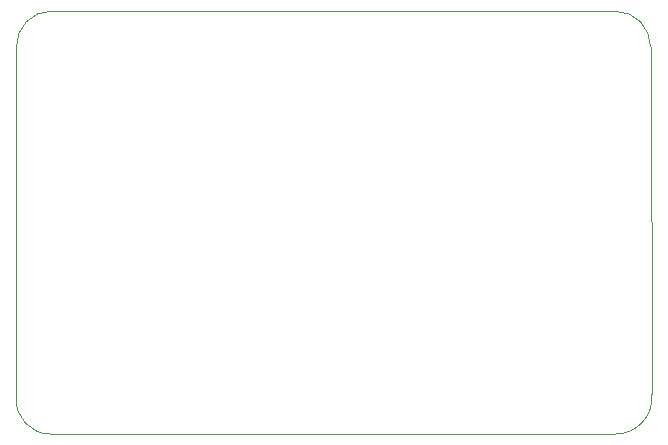
<source format=gbr>
%TF.GenerationSoftware,KiCad,Pcbnew,8.0.5*%
%TF.CreationDate,2025-01-04T10:19:04+02:00*%
%TF.ProjectId,STM32F103,53544d33-3246-4313-9033-2e6b69636164,rev?*%
%TF.SameCoordinates,Original*%
%TF.FileFunction,Profile,NP*%
%FSLAX46Y46*%
G04 Gerber Fmt 4.6, Leading zero omitted, Abs format (unit mm)*
G04 Created by KiCad (PCBNEW 8.0.5) date 2025-01-04 10:19:04*
%MOMM*%
%LPD*%
G01*
G04 APERTURE LIST*
%TA.AperFunction,Profile*%
%ADD10C,0.050000*%
%TD*%
G04 APERTURE END LIST*
D10*
X65660000Y-44820000D02*
X65646327Y-74489054D01*
X116380000Y-41790001D02*
G75*
G02*
X119349613Y-44819007I-10000J-2979999D01*
G01*
X68609864Y-41779851D02*
X116380000Y-41790001D01*
X68610000Y-77600000D02*
X116380000Y-77600000D01*
X68610000Y-77600000D02*
G75*
G02*
X65646326Y-74489054I-60000J2910000D01*
G01*
X119452155Y-74198870D02*
G75*
G02*
X116380000Y-77600043I-3054855J-328730D01*
G01*
X119349613Y-44819007D02*
X119452155Y-74198870D01*
X65660000Y-44820000D02*
G75*
G02*
X68609864Y-41779851I2990000J50000D01*
G01*
M02*

</source>
